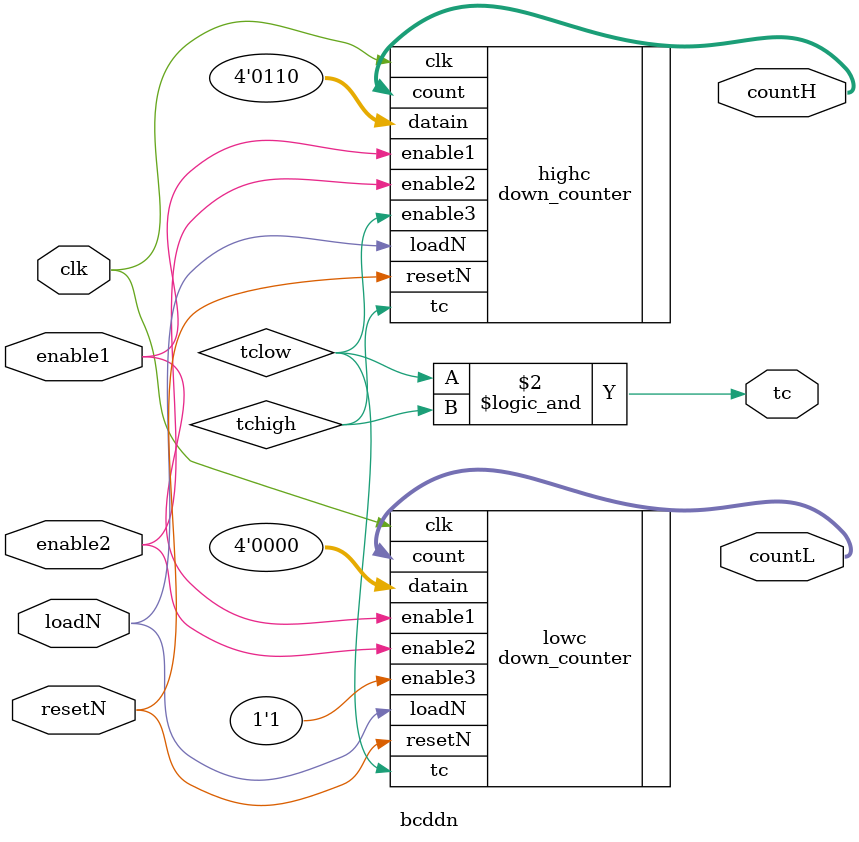
<source format=sv>



module bcddn
	(
	input  logic clk, 
	input  logic resetN, 
	input  logic loadN, 
	input  logic enable1, 
	input  logic enable2, 
	
	output logic [3:0] countL, 
	output logic [3:0] countH,
	output logic tc
   );

// Parameters defined as external, here with a default value - to be updated 
// in the upper hierarchy file with the actial bomb down counting values
// -----------------------------------------------------------
	parameter  logic [3:0] datainL = 0; 
	parameter  logic [3:0] datainH = 6;
// -----------------------------------------------------------
	
	logic  tclow, tchigh;// internal variables terminal count 
	
// Low counter instantiation
	down_counter lowc(.clk(clk), 
							.resetN(resetN),
							.loadN(loadN),	
							.enable1(enable1), 
							.enable2(enable2),
							.enable3(1'b1), 	
							.datain(datainL), 
							.count(countL), 
							.tc(tclow) );
	
// High counter instantiation
	down_counter highc(.clk(clk), 
							.resetN(resetN),
							.loadN(loadN),	
							.enable1(enable1), 
							.enable2(enable2),
							.enable3(tclow), 	
							.datain(datainH), 
							.count(countH), 
							.tc(tchigh) );
	
always_comb begin
	
	tc = (tclow && tchigh);
	
end
	
endmodule

</source>
